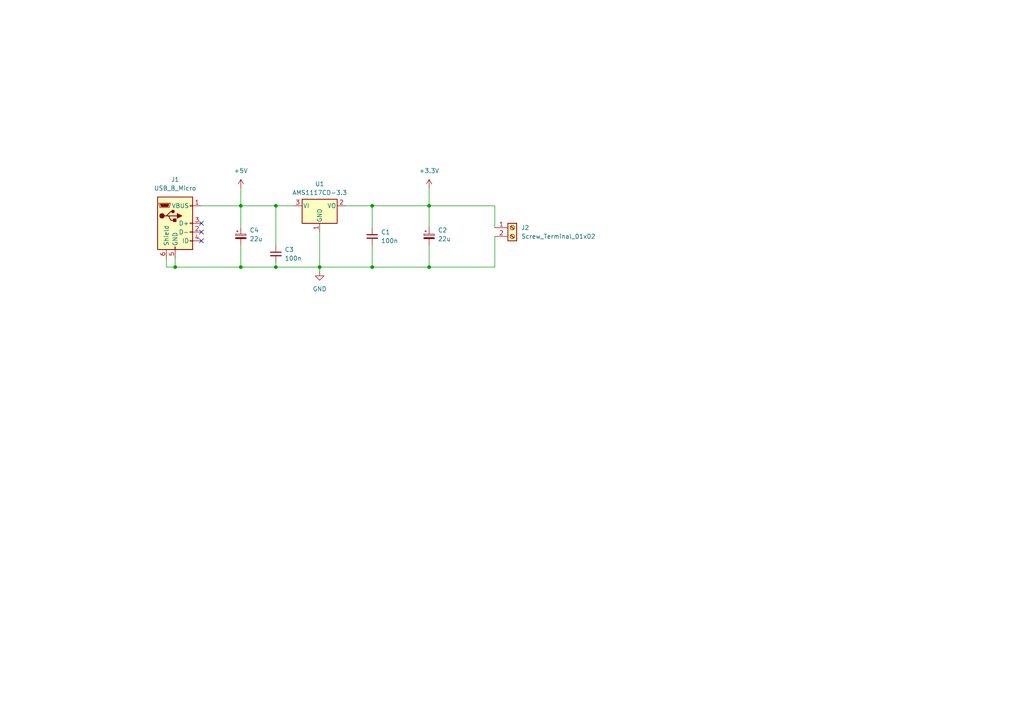
<source format=kicad_sch>
(kicad_sch (version 20250114) (generator "eeschema") (generator_version "9.0")
  (paper "A4")
  (lib_symbols
    (symbol "Connector:Screw_Terminal_01x02" (pin_names (offset 1.016) (hide yes))
      (property "Reference" "J" (at 0 2.54 0))
      (property "Value" "Screw_Terminal_01x02" (at 0 -5.08 0))
      (symbol "Screw_Terminal_01x02_1_1"
        (rectangle (start -1.27 1.27) (end 1.27 -3.81) (stroke (width 0.254)) (fill (type background)))
        (polyline (pts (xy -0.5334 0.3302) (xy 0.3302 -0.508)) (stroke (width 0.1524)))
        (polyline (pts (xy -0.5334 -2.2098) (xy 0.3302 -3.048)) (stroke (width 0.1524)))
        (polyline (pts (xy -0.3556 0.508) (xy 0.508 -0.3302)) (stroke (width 0.1524)))
        (polyline (pts (xy -0.3556 -2.032) (xy 0.508 -2.8702)) (stroke (width 0.1524)))
        (circle (center 0 0) (radius 0.635) (stroke (width 0.1524)))
        (circle (center 0 -2.54) (radius 0.635) (stroke (width 0.1524)))
        (pin passive line (at -5.08 0 0) (length 3.81) (name "Pin_1") (number "1"))
        (pin passive line (at -5.08 -2.54 0) (length 3.81) (name "Pin_2") (number "2"))
      )
    )
    (symbol "Connector:USB_B_Micro" (pin_names (offset 1.016))
      (property "Reference" "J" (at -5.08 11.43 0))
      (property "Value" "USB_B_Micro" (at -5.08 8.89 0))
      (symbol "USB_B_Micro_0_1"
        (rectangle (start -5.08 -7.62) (end 5.08 7.62) (stroke (width 0.254)) (fill (type background)))
        (polyline (pts (xy -4.699 5.842) (xy -4.699 5.588) (xy -4.445 4.826) (xy -4.445 4.572) (xy -1.651 4.572) (xy -1.651 4.826) (xy -1.397 5.588) (xy -1.397 5.842) (xy -4.699 5.842)))
        (polyline (pts (xy -4.318 5.588) (xy -1.778 5.588) (xy -2.032 4.826) (xy -4.064 4.826) (xy -4.318 5.588)) (fill (type outline)))
        (circle (center -3.81 2.159) (radius 0.635) (stroke (width 0.254)) (fill (type outline)))
        (polyline (pts (xy -3.175 2.159) (xy -2.54 2.159) (xy -1.27 3.429) (xy -0.635 3.429)) (stroke (width 0.254)))
        (polyline (pts (xy -2.54 2.159) (xy -1.905 2.159) (xy -1.27 0.889) (xy 0 0.889)) (stroke (width 0.254)))
        (polyline (pts (xy -1.905 2.159) (xy 0.635 2.159)) (stroke (width 0.254)))
        (circle (center -0.635 3.429) (radius 0.381) (stroke (width 0.254)) (fill (type outline)))
        (rectangle (start -0.127 -7.62) (end 0.127 -6.858))
        (rectangle (start 0.254 1.27) (end -0.508 0.508) (stroke (width 0.254)) (fill (type outline)))
        (polyline (pts (xy 0.635 2.794) (xy 0.635 1.524) (xy 1.905 2.159) (xy 0.635 2.794)) (stroke (width 0.254)) (fill (type outline)))
        (rectangle (start 5.08 4.953) (end 4.318 5.207))
        (rectangle (start 5.08 -0.127) (end 4.318 0.127))
        (rectangle (start 5.08 -2.667) (end 4.318 -2.413))
        (rectangle (start 5.08 -5.207) (end 4.318 -4.953))
      )
      (symbol "USB_B_Micro_1_1"
        (pin passive line (at -2.54 -10.16 90) (length 2.54) (name "Shield") (number "6"))
        (pin power_out line (at 0 -10.16 90) (length 2.54) (name "GND") (number "5"))
        (pin power_out line (at 7.62 5.08 180) (length 2.54) (name "VBUS") (number "1"))
        (pin bidirectional line (at 7.62 0 180) (length 2.54) (name "D+") (number "3"))
        (pin bidirectional line (at 7.62 -2.54 180) (length 2.54) (name "D-") (number "2"))
        (pin passive line (at 7.62 -5.08 180) (length 2.54) (name "ID") (number "4"))
      )
    )
    (symbol "Device:C_Polarized_Small" (pin_numbers (hide yes)) (pin_names (offset 0.254) (hide yes))
      (property "Reference" "C" (at 0.254 1.778 0))
      (property "Value" "C_Polarized_Small" (at 0.254 -2.032 0))
      (symbol "C_Polarized_Small_0_1"
        (rectangle (start -1.524 0.6858) (end 1.524 0.3048))
        (rectangle (start -1.524 -0.3048) (end 1.524 -0.6858) (fill (type outline)))
        (polyline (pts (xy -1.27 1.524) (xy -0.762 1.524)))
        (polyline (pts (xy -1.016 1.27) (xy -1.016 1.778)))
      )
      (symbol "C_Polarized_Small_1_1"
        (pin passive line (at 0 2.54 270) (length 1.8542) (name "~") (number "1"))
        (pin passive line (at 0 -2.54 90) (length 1.8542) (name "~") (number "2"))
      )
    )
    (symbol "Device:C_Small" (pin_numbers (hide yes)) (pin_names (offset 0.254) (hide yes))
      (property "Reference" "C" (at 0.254 1.778 0))
      (property "Value" "C_Small" (at 0.254 -2.032 0))
      (symbol "C_Small_0_1"
        (polyline (pts (xy -1.524 0.508) (xy 1.524 0.508)) (stroke (width 0.3048)))
        (polyline (pts (xy -1.524 -0.508) (xy 1.524 -0.508)) (stroke (width 0.3302)))
      )
      (symbol "C_Small_1_1"
        (pin passive line (at 0 2.54 270) (length 2.032) (name "~") (number "1"))
        (pin passive line (at 0 -2.54 90) (length 2.032) (name "~") (number "2"))
      )
    )
    (symbol "Regulator_Linear:AMS1117CD-3.3" (pin_names (offset 0.254))
      (property "Reference" "U" (at -3.81 3.175 0))
      (property "Value" "AMS1117CD-3.3" (at 0 3.175 0))
      (symbol "AMS1117CD-3.3_0_1"
        (rectangle (start -5.08 -5.08) (end 5.08 1.905) (stroke (width 0.254)) (fill (type background)))
      )
      (symbol "AMS1117CD-3.3_1_1"
        (pin power_in line (at -7.62 0 0) (length 2.54) (name "VI") (number "3"))
        (pin power_in line (at 0 -7.62 90) (length 2.54) (name "GND") (number "1"))
        (pin power_out line (at 7.62 0 180) (length 2.54) (name "VO") (number "2"))
      )
    )
    (symbol "power:+3.3V" (power) (pin_numbers (hide yes)) (pin_names (offset 0) (hide yes))
      (property "Value" "+3.3V" (at 0 3.556 0))
      (symbol "+3.3V_0_1"
        (polyline (pts (xy -0.762 1.27) (xy 0 2.54)))
        (polyline (pts (xy 0 2.54) (xy 0.762 1.27)))
        (polyline (pts (xy 0 0) (xy 0 2.54)))
      )
      (symbol "+3.3V_1_1"
        (pin power_in line (at 0 0 90) (length 0) (name "~") (number "1"))
      )
    )
    (symbol "power:+5V" (power) (pin_numbers (hide yes)) (pin_names (offset 0) (hide yes))
      (property "Value" "+5V" (at 0 3.556 0))
      (symbol "+5V_0_1"
        (polyline (pts (xy -0.762 1.27) (xy 0 2.54)))
        (polyline (pts (xy 0 2.54) (xy 0.762 1.27)))
        (polyline (pts (xy 0 0) (xy 0 2.54)))
      )
      (symbol "+5V_1_1"
        (pin power_in line (at 0 0 90) (length 0) (name "~") (number "1"))
      )
    )
    (symbol "power:GND" (power) (pin_numbers (hide yes)) (pin_names (offset 0) (hide yes))
      (property "Value" "GND" (at 0 -3.81 0))
      (symbol "GND_0_1"
        (polyline (pts (xy 0 0) (xy 0 -1.27) (xy 1.27 -1.27) (xy 0 -2.54) (xy -1.27 -1.27) (xy 0 -1.27)))
      )
      (symbol "GND_1_1"
        (pin power_in line (at 0 0 270) (length 0) (name "~") (number "1"))
      )
    )
  )
  (junction (at 124.46 59.69))
  (junction (at 124.46 77.47))
  (junction (at 69.85 59.69))
  (junction (at 107.95 77.47))
  (junction (at 80.01 77.47))
  (junction (at 50.8 77.47))
  (junction (at 92.71 77.47))
  (junction (at 80.01 59.69))
  (junction (at 69.85 77.47))
  (junction (at 107.95 59.69))
  (no_connect (at 58.42 64.77))
  (no_connect (at 58.42 67.31))
  (no_connect (at 58.42 69.85))
  (wire (pts (xy 107.95 59.69) (xy 124.46 59.69)))
  (wire (pts (xy 92.71 67.31) (xy 92.71 77.47)))
  (wire (pts (xy 58.42 59.69) (xy 69.85 59.69)))
  (wire (pts (xy 80.01 76.2) (xy 80.01 77.47)))
  (wire (pts (xy 100.33 59.69) (xy 107.95 59.69)))
  (wire (pts (xy 143.51 59.69) (xy 124.46 59.69)))
  (wire (pts (xy 124.46 54.61) (xy 124.46 59.69)))
  (wire (pts (xy 50.8 77.47) (xy 69.85 77.47)))
  (wire (pts (xy 107.95 71.12) (xy 107.95 77.47)))
  (wire (pts (xy 124.46 71.12) (xy 124.46 77.47)))
  (wire (pts (xy 80.01 77.47) (xy 92.71 77.47)))
  (wire (pts (xy 80.01 59.69) (xy 80.01 71.12)))
  (wire (pts (xy 48.26 74.93) (xy 48.26 77.47)))
  (wire (pts (xy 124.46 59.69) (xy 124.46 66.04)))
  (wire (pts (xy 50.8 74.93) (xy 50.8 77.47)))
  (wire (pts (xy 107.95 59.69) (xy 107.95 66.04)))
  (wire (pts (xy 69.85 77.47) (xy 80.01 77.47)))
  (wire (pts (xy 143.51 66.04) (xy 143.51 59.69)))
  (wire (pts (xy 143.51 68.58) (xy 143.51 77.47)))
  (wire (pts (xy 80.01 59.69) (xy 85.09 59.69)))
  (wire (pts (xy 69.85 59.69) (xy 69.85 66.04)))
  (wire (pts (xy 92.71 77.47) (xy 92.71 78.74)))
  (wire (pts (xy 143.51 77.47) (xy 124.46 77.47)))
  (wire (pts (xy 48.26 77.47) (xy 50.8 77.47)))
  (wire (pts (xy 69.85 71.12) (xy 69.85 77.47)))
  (wire (pts (xy 124.46 77.47) (xy 107.95 77.47)))
  (wire (pts (xy 69.85 54.61) (xy 69.85 59.69)))
  (wire (pts (xy 107.95 77.47) (xy 92.71 77.47)))
  (wire (pts (xy 80.01 59.69) (xy 69.85 59.69)))
  (symbol (lib_id "Device:C_Small") (at 107.95 68.58 0) (unit 1)
    (property "Reference" "C1" (at 110.49 67.3162 0) (effects (justify left)))
    (property "Value" "100n" (at 110.49 69.8562 0) (effects (justify left)))
    (property "Footprint" "Capacitor_SMD:C_0402_1005Metric" (effects (hide yes)))
    (property "Description" "Unpolarized capacitor, small symbol" (effects (hide yes)))
  )
  (symbol (lib_id "Regulator_Linear:AMS1117CD-3.3") (at 92.71 59.69 0) (unit 1)
    (property "Reference" "U1" (at 92.71 53.34 0))
    (property "Value" "AMS1117CD-3.3" (at 92.71 55.88 0))
    (property "Footprint" "Package_TO_SOT_SMD:TO-252-3_TabPin2" (effects (hide yes)))
    (property "Datasheet" "http://www.advanced-monolithic.com/pdf/ds1117.pdf" (effects (hide yes)))
    (property "Description" "1A Low Dropout regulator, positive, 3.3V fixed output, TO-252" (effects (hide yes)))
  )
  (symbol (lib_id "Device:C_Small") (at 80.01 73.66 0) (unit 1)
    (property "Reference" "C3" (at 82.55 72.3962 0) (effects (justify left)))
    (property "Value" "100n" (at 82.55 74.9362 0) (effects (justify left)))
    (property "Footprint" "Capacitor_SMD:C_0402_1005Metric" (effects (hide yes)))
    (property "Description" "Unpolarized capacitor, small symbol" (effects (hide yes)))
  )
  (symbol (lib_id "Connector:Screw_Terminal_01x02") (at 148.59 66.04 0) (unit 1)
    (property "Reference" "J2" (at 151.13 66.0399 0) (effects (justify left)))
    (property "Value" "Screw_Terminal_01x02" (at 151.13 68.5799 0) (effects (justify left)))
    (property "Footprint" "TerminalBlock:TerminalBlock_MaiXu_MX126-5.0-02P_1x02_P5.00mm" (effects (hide yes)))
    (property "Description" "Generic screw terminal, single row, 01x02, script generated (kicad-library-utils/schlib/autogen/connector/)" (effects (hide yes)))
  )
  (symbol (lib_id "Device:C_Polarized_Small") (at 124.46 68.58 0) (unit 1)
    (property "Reference" "C2" (at 127 66.7638 0) (effects (justify left)))
    (property "Value" "22u" (at 127 69.3038 0) (effects (justify left)))
    (property "Footprint" "Capacitor_SMD:CP_Elec_6.3x7.7" (effects (hide yes)))
    (property "Description" "Polarized capacitor, small symbol" (effects (hide yes)))
  )
  (symbol (lib_id "power:GND") (at 92.71 78.74 0) (unit 1)
    (property "Reference" "#PWR01" (effects (hide yes)))
    (property "Value" "GND" (at 92.71 83.82 0))
    (property "Description" "Power symbol creates a global label with name \"GND\" , ground" (effects (hide yes)))
  )
  (symbol (lib_id "Device:C_Polarized_Small") (at 69.85 68.58 0) (unit 1)
    (property "Reference" "C4" (at 72.39 66.7638 0) (effects (justify left)))
    (property "Value" "22u" (at 72.39 69.3038 0) (effects (justify left)))
    (property "Footprint" "Capacitor_SMD:CP_Elec_6.3x7.7" (effects (hide yes)))
    (property "Description" "Polarized capacitor, small symbol" (effects (hide yes)))
  )
  (symbol (lib_id "power:+3.3V") (at 124.46 54.61 0) (unit 1)
    (property "Reference" "#PWR03" (effects (hide yes)))
    (property "Value" "+3.3V" (at 124.46 49.53 0))
    (property "Description" "Power symbol creates a global label with name \"+3.3V\"" (effects (hide yes)))
  )
  (symbol (lib_id "power:+5V") (at 69.85 54.61 0) (unit 1)
    (property "Reference" "#PWR02" (effects (hide yes)))
    (property "Value" "+5V" (at 69.85 49.53 0))
    (property "Description" "Power symbol creates a global label with name \"+5V\"" (effects (hide yes)))
  )
  (symbol (lib_id "Connector:USB_B_Micro") (at 50.8 64.77 0) (unit 1)
    (property "Reference" "J1" (at 50.8 52.07 0))
    (property "Value" "USB_B_Micro" (at 50.8 54.61 0))
    (property "Footprint" "Connector_USB:USB_Micro-B_Amphenol_10118194_Horizontal" (effects (hide yes)))
    (property "Description" "USB Micro Type B connector" (effects (hide yes)))
  )
)
</source>
